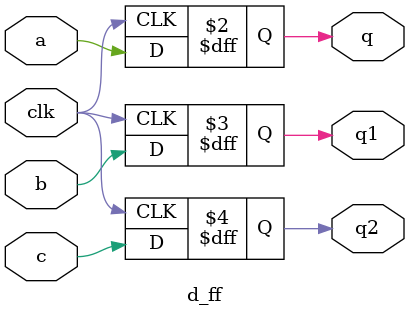
<source format=v>
module d_ff ( a,b,c, clk, q,q1,q2);
   input a,b,c,clk;
   output q, q1,q2;
   wire clk;
   reg q, q1,q2;
     	 
   always @ (posedge clk)
   begin
    q <= a;
    q1<=b;
    q2 <= c;
 end

endmodule

</source>
